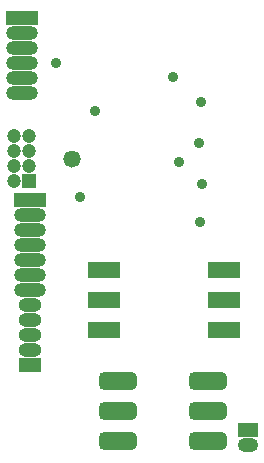
<source format=gts>
%FSTAX23Y23*%
%MOIN*%
%SFA1B1*%

%IPPOS*%
%AMD38*
4,1,8,-0.047500,-0.028900,0.047500,-0.028900,0.063900,-0.012500,0.063900,0.012500,0.047500,0.028900,-0.047500,0.028900,-0.063900,0.012500,-0.063900,-0.012500,-0.047500,-0.028900,0.0*
1,1,0.032880,-0.047500,-0.012500*
1,1,0.032880,0.047500,-0.012500*
1,1,0.032880,0.047500,0.012500*
1,1,0.032880,-0.047500,0.012500*
%
%ADD35R,0.106300X0.047240*%
%ADD36O,0.106300X0.047240*%
%ADD37R,0.107870X0.057870*%
G04~CAMADD=38~8~0.0~0.0~1278.7~578.7~164.4~0.0~15~0.0~0.0~0.0~0.0~0~0.0~0.0~0.0~0.0~0~0.0~0.0~0.0~180.0~1278.0~578.0*
%ADD38D38*%
%ADD39R,0.067870X0.047240*%
%ADD40O,0.067870X0.047870*%
%ADD41O,0.106300X0.047240*%
%ADD42R,0.106300X0.047240*%
%ADD43O,0.076770X0.047240*%
%ADD44R,0.076770X0.047240*%
%ADD45R,0.047240X0.047240*%
%ADD46C,0.047240*%
%ADD47C,0.035560*%
%ADD48C,0.035430*%
%ADD49C,0.057870*%
%LNdaughterboard-1*%
%LPD*%
G54D35*
X01698Y02387D03*
G54D36*
X01698Y02337D03*
Y02287D03*
Y02187D03*
Y02237D03*
Y02137D03*
G54D37*
X02369Y01546D03*
Y01446D03*
Y01346D03*
X01969Y01546D03*
Y01446D03*
Y01346D03*
G54D38*
X02318Y01176D03*
Y01076D03*
Y00976D03*
X02018D03*
Y01076D03*
Y01176D03*
G54D39*
X02449Y01015D03*
G54D40*
X02449Y00965D03*
G54D41*
X01724Y0153D03*
Y0163D03*
Y0158D03*
Y0168D03*
Y0173D03*
Y0148D03*
G54D42*
X01724Y0178D03*
G54D43*
X01724Y0138D03*
Y0143D03*
Y0133D03*
Y0128D03*
G54D44*
X01724Y0123D03*
G54D45*
X01719Y01845D03*
G54D46*
X01669Y01845D03*
X01719Y01895D03*
X01669D03*
X01719Y01945D03*
X01669D03*
X01719Y01995D03*
X01669D03*
G54D47*
X0194Y02079D03*
X02297Y01833D03*
X0222Y01907D03*
X02289Y01707D03*
X02288Y0197D03*
X02294Y02107D03*
X02202Y02191D03*
G54D48*
X01811Y02237D03*
X01889Y01791D03*
G54D49*
X01865Y01919D03*
M02*
</source>
